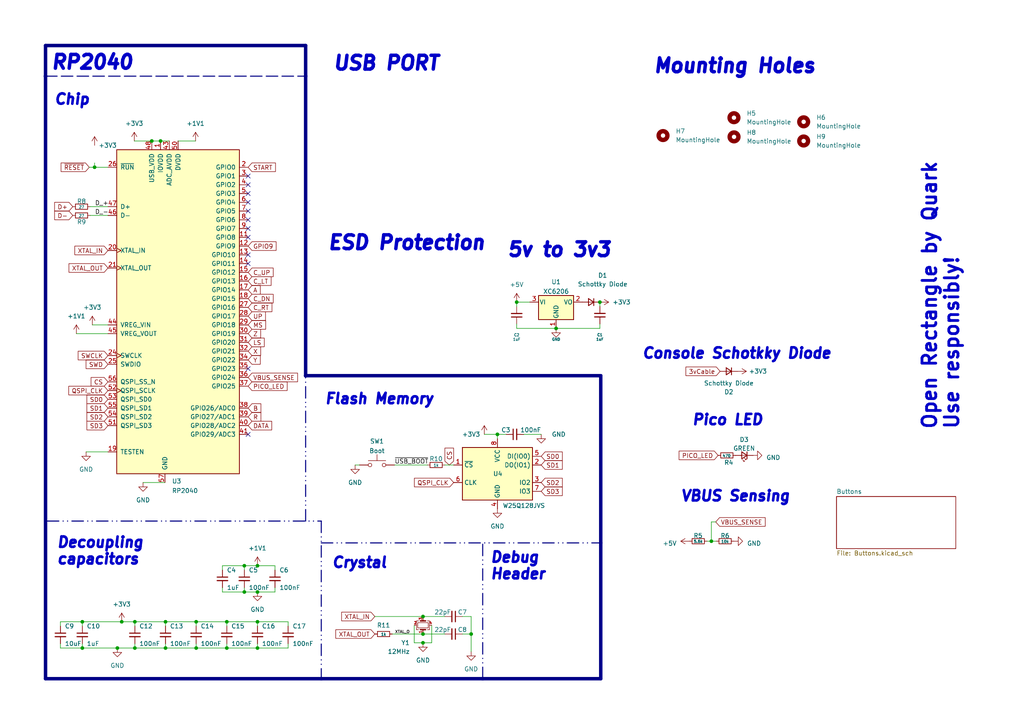
<source format=kicad_sch>
(kicad_sch (version 20230121) (generator eeschema)
  (paper "A4")
  (lib_symbols
    (symbol "Device:C_Small" (pin_numbers hide) (pin_names (offset 0.254) hide)
      (property "Reference" "C" (at 0.254 1.778 0))
      (property "Value" "C_Small" (at 0.254 -2.032 0))
      (symbol "C_Small_0_1"
        (polyline (pts (xy -1.524 -0.508) (xy 1.524 -0.508)) (stroke (width 0.3302)))
        (polyline (pts (xy -1.524 0.508) (xy 1.524 0.508)) (stroke (width 0.3048)))
      )
      (symbol "C_Small_1_1"
        (pin passive line (at 0 2.54 270) (length 2.032) (name "~") (number "1"))
        (pin passive line (at 0 -2.54 90) (length 2.032) (name "~") (number "2"))
      )
    )
    (symbol "Device:Crystal_GND24_Small" (pin_names (offset 1.016) hide)
      (property "Reference" "Y" (at 1.27 4.445 0))
      (property "Value" "Crystal_GND24_Small" (at 1.27 2.54 0))
      (symbol "Crystal_GND24_Small_0_1"
        (rectangle (start -0.762 -1.524) (end 0.762 1.524))
        (polyline (pts (xy -1.27 -0.762) (xy -1.27 0.762)) (stroke (width 0.381)))
        (polyline (pts (xy 1.27 -0.762) (xy 1.27 0.762)) (stroke (width 0.381)))
        (polyline (pts (xy -1.27 -1.27) (xy -1.27 -1.905) (xy 1.27 -1.905) (xy 1.27 -1.27)))
        (polyline (pts (xy -1.27 1.27) (xy -1.27 1.905) (xy 1.27 1.905) (xy 1.27 1.27)))
      )
      (symbol "Crystal_GND24_Small_1_1"
        (pin passive line (at -2.54 0 0) (length 1.27) (name "1") (number "1"))
        (pin passive line (at 0 -2.54 90) (length 0.635) (name "2") (number "2"))
        (pin passive line (at 2.54 0 180) (length 1.27) (name "3") (number "3"))
        (pin passive line (at 0 2.54 270) (length 0.635) (name "4") (number "4"))
      )
    )
    (symbol "Device:D_Small" (pin_numbers hide) (pin_names (offset 0.254) hide)
      (property "Reference" "D" (at -1.27 2.032 0))
      (property "Value" "D_Small" (at -3.81 -2.032 0))
      (symbol "D_Small_0_1"
        (polyline (pts (xy -0.762 -1.016) (xy -0.762 1.016)) (stroke (width 0.254)))
        (polyline (pts (xy -0.762 0) (xy 0.762 0)))
        (polyline (pts (xy 0.762 -1.016) (xy -0.762 0) (xy 0.762 1.016) (xy 0.762 -1.016)) (stroke (width 0.254)))
      )
      (symbol "D_Small_1_1"
        (pin passive line (at -2.54 0 0) (length 1.778) (name "K") (number "1"))
        (pin passive line (at 2.54 0 180) (length 1.778) (name "A") (number "2"))
      )
    )
    (symbol "Device:LED_Small" (pin_numbers hide) (pin_names (offset 0.254) hide)
      (property "Reference" "D" (at -1.27 3.175 0))
      (property "Value" "LED_Small" (at -4.445 -2.54 0))
      (symbol "LED_Small_0_1"
        (polyline (pts (xy -0.762 -1.016) (xy -0.762 1.016)) (stroke (width 0.254)))
        (polyline (pts (xy 1.016 0) (xy -0.762 0)))
        (polyline (pts (xy 0.762 -1.016) (xy -0.762 0) (xy 0.762 1.016) (xy 0.762 -1.016)) (stroke (width 0.254)))
        (polyline (pts (xy 0 0.762) (xy -0.508 1.27) (xy -0.254 1.27) (xy -0.508 1.27) (xy -0.508 1.016)))
        (polyline (pts (xy 0.508 1.27) (xy 0 1.778) (xy 0.254 1.778) (xy 0 1.778) (xy 0 1.524)))
      )
      (symbol "LED_Small_1_1"
        (pin passive line (at -2.54 0 0) (length 1.778) (name "K") (number "1"))
        (pin passive line (at 2.54 0 180) (length 1.778) (name "A") (number "2"))
      )
    )
    (symbol "Device:R_Small" (pin_numbers hide) (pin_names (offset 0.254) hide)
      (property "Reference" "R" (at 0.762 0.508 0))
      (property "Value" "R_Small" (at 0.762 -1.016 0))
      (symbol "R_Small_0_1"
        (rectangle (start -0.762 1.778) (end 0.762 -1.778) (stroke (width 0.2032)))
      )
      (symbol "R_Small_1_1"
        (pin passive line (at 0 2.54 270) (length 0.762) (name "~") (number "1"))
        (pin passive line (at 0 -2.54 90) (length 0.762) (name "~") (number "2"))
      )
    )
    (symbol "Mechanical:MountingHole" (pin_names (offset 1.016))
      (property "Reference" "H" (at 0 5.08 0))
      (property "Value" "MountingHole" (at 0 3.175 0))
      (symbol "MountingHole_0_1"
        (circle (center 0 0) (radius 1.27) (stroke (width 1.27)))
      )
    )
    (symbol "Memory_Flash:W25Q128JVS"
      (property "Reference" "U" (at -8.89 8.89 0))
      (property "Value" "W25Q128JVS" (at 7.62 8.89 0))
      (symbol "W25Q128JVS_0_1"
        (rectangle (start -10.16 7.62) (end 10.16 -7.62) (stroke (width 0.254)) (fill (type background)))
      )
      (symbol "W25Q128JVS_1_1"
        (pin input line (at -12.7 2.54 0) (length 2.54) (name "~{CS}") (number "1"))
        (pin bidirectional line (at 12.7 2.54 180) (length 2.54) (name "DO(IO1)") (number "2"))
        (pin bidirectional line (at 12.7 -2.54 180) (length 2.54) (name "IO2") (number "3"))
        (pin power_in line (at 0 -10.16 90) (length 2.54) (name "GND") (number "4"))
        (pin bidirectional line (at 12.7 5.08 180) (length 2.54) (name "DI(IO0)") (number "5"))
        (pin input line (at -12.7 -2.54 0) (length 2.54) (name "CLK") (number "6"))
        (pin bidirectional line (at 12.7 -5.08 180) (length 2.54) (name "IO3") (number "7"))
        (pin power_in line (at 0 10.16 270) (length 2.54) (name "VCC") (number "8"))
      )
    )
    (symbol "Regulator_Linear:XC6206PxxxMR" (pin_names (offset 0.254))
      (property "Reference" "U" (at -3.81 3.175 0))
      (property "Value" "XC6206PxxxMR" (at 0 3.175 0))
      (symbol "XC6206PxxxMR_0_1"
        (rectangle (start -5.08 1.905) (end 5.08 -5.08) (stroke (width 0.254)) (fill (type background)))
      )
      (symbol "XC6206PxxxMR_1_1"
        (pin power_in line (at 0 -7.62 90) (length 2.54) (name "GND") (number "1"))
        (pin power_out line (at 7.62 0 180) (length 2.54) (name "VO") (number "2"))
        (pin power_in line (at -7.62 0 0) (length 2.54) (name "VI") (number "3"))
      )
    )
    (symbol "Sleep-lib:RP2040" (pin_names (offset 1.016))
      (property "Reference" "U" (at 8.89 51.435 0))
      (property "Value" "RP2040" (at 8.89 48.895 0))
      (symbol "RP2040_0_0"
        (rectangle (start -17.78 -45.72) (end 17.78 48.26) (stroke (width 0.254)) (fill (type background)))
      )
      (symbol "RP2040_1_1"
        (pin power_in line (at -5.08 50.8 270) (length 2.54) (name "IOVDD") (number "1"))
        (pin power_in line (at -5.08 50.8 270) (length 2.54) hide (name "IOVDD") (number "10"))
        (pin input line (at 20.32 22.86 180) (length 2.54) (name "GPIO8") (number "11"))
        (pin input line (at 20.32 20.32 180) (length 2.54) (name "GPIO9") (number "12"))
        (pin input line (at 20.32 17.78 180) (length 2.54) (name "GPIO10") (number "13"))
        (pin input line (at 20.32 15.24 180) (length 2.54) (name "GPIO11") (number "14"))
        (pin input line (at 20.32 12.7 180) (length 2.54) (name "GPIO12") (number "15"))
        (pin input line (at 20.32 10.16 180) (length 2.54) (name "GPIO13") (number "16"))
        (pin input line (at 20.32 7.62 180) (length 2.54) (name "GPIO14") (number "17"))
        (pin input line (at 20.32 5.08 180) (length 2.54) (name "GPIO15") (number "18"))
        (pin input line (at -20.32 -39.37 0) (length 2.54) (name "TESTEN") (number "19"))
        (pin input line (at 20.32 43.18 180) (length 2.54) (name "GPIO0") (number "2"))
        (pin input clock (at -20.32 19.05 0) (length 2.54) (name "XTAL_IN") (number "20"))
        (pin input clock (at -20.32 13.97 0) (length 2.54) (name "XTAL_OUT") (number "21"))
        (pin power_in line (at -5.08 50.8 270) (length 2.54) hide (name "IOVDD") (number "22"))
        (pin power_in line (at 0 50.8 270) (length 2.54) hide (name "DVDD") (number "23"))
        (pin input clock (at -20.32 -11.43 0) (length 2.54) (name "SWCLK") (number "24"))
        (pin bidirectional line (at -20.32 -13.97 0) (length 2.54) (name "SWDIO") (number "25"))
        (pin input line (at -20.32 43.18 0) (length 2.54) (name "~{RUN}") (number "26"))
        (pin input line (at 20.32 2.54 180) (length 2.54) (name "GPIO16") (number "27"))
        (pin input line (at 20.32 0 180) (length 2.54) (name "GPIO17") (number "28"))
        (pin input line (at 20.32 -2.54 180) (length 2.54) (name "GPIO18") (number "29"))
        (pin input line (at 20.32 40.64 180) (length 2.54) (name "GPIO1") (number "3"))
        (pin input line (at 20.32 -5.08 180) (length 2.54) (name "GPIO19") (number "30"))
        (pin input line (at 20.32 -7.62 180) (length 2.54) (name "GPIO20") (number "31"))
        (pin input line (at 20.32 -10.16 180) (length 2.54) (name "GPIO21") (number "32"))
        (pin power_in line (at -5.08 50.8 270) (length 2.54) hide (name "IOVDD") (number "33"))
        (pin input line (at 20.32 -12.7 180) (length 2.54) (name "GPIO22") (number "34"))
        (pin input line (at 20.32 -15.24 180) (length 2.54) (name "GPIO23") (number "35"))
        (pin input line (at 20.32 -17.78 180) (length 2.54) (name "GPIO24") (number "36"))
        (pin input line (at 20.32 -20.32 180) (length 2.54) (name "GPIO25") (number "37"))
        (pin input line (at 20.32 -26.67 180) (length 2.54) (name "GPIO26/ADC0") (number "38"))
        (pin input line (at 20.32 -29.21 180) (length 2.54) (name "GPIO27/ADC1") (number "39"))
        (pin input line (at 20.32 38.1 180) (length 2.54) (name "GPIO2") (number "4"))
        (pin input line (at 20.32 -31.75 180) (length 2.54) (name "GPIO28/ADC2") (number "40"))
        (pin input line (at 20.32 -34.29 180) (length 2.54) (name "GPIO29/ADC3") (number "41"))
        (pin power_in line (at -5.08 50.8 270) (length 2.54) hide (name "IOVDD") (number "42"))
        (pin power_in line (at -2.54 50.8 270) (length 2.54) (name "ADC_AVDD") (number "43"))
        (pin power_in line (at -20.32 -2.54 0) (length 2.54) (name "VREG_VIN") (number "44"))
        (pin power_out line (at -20.32 -5.08 0) (length 2.54) (name "VREG_VOUT") (number "45"))
        (pin bidirectional line (at -20.32 29.21 0) (length 2.54) (name "D-") (number "46"))
        (pin bidirectional line (at -20.32 31.75 0) (length 2.54) (name "D+") (number "47"))
        (pin power_in line (at -7.62 50.8 270) (length 2.54) (name "USB_VDD") (number "48"))
        (pin power_in line (at -5.08 50.8 270) (length 2.54) hide (name "IOVDD") (number "49"))
        (pin input line (at 20.32 35.56 180) (length 2.54) (name "GPIO3") (number "5"))
        (pin power_in line (at 0 50.8 270) (length 2.54) (name "DVDD") (number "50"))
        (pin bidirectional line (at -20.32 -31.75 0) (length 2.54) (name "QSPI_SD3") (number "51"))
        (pin input clock (at -20.32 -21.59 0) (length 2.54) (name "QSPI_SCLK") (number "52"))
        (pin bidirectional line (at -20.32 -24.13 0) (length 2.54) (name "QSPI_SD0") (number "53"))
        (pin bidirectional line (at -20.32 -29.21 0) (length 2.54) (name "QSPI_SD2") (number "54"))
        (pin bidirectional line (at -20.32 -26.67 0) (length 2.54) (name "QSPI_SD1") (number "55"))
        (pin bidirectional line (at -20.32 -19.05 0) (length 2.54) (name "QSPI_SS_N") (number "56"))
        (pin power_in line (at -3.81 -48.26 90) (length 2.54) (name "GND") (number "57"))
        (pin input line (at 20.32 33.02 180) (length 2.54) (name "GPIO4") (number "6"))
        (pin input line (at 20.32 30.48 180) (length 2.54) (name "GPIO5") (number "7"))
        (pin input line (at 20.32 27.94 180) (length 2.54) (name "GPIO6") (number "8"))
        (pin input line (at 20.32 25.4 180) (length 2.54) (name "GPIO7") (number "9"))
      )
    )
    (symbol "Switch:SW_Push" (pin_numbers hide) (pin_names (offset 1.016) hide)
      (property "Reference" "SW" (at 1.27 2.54 0))
      (property "Value" "SW_Push" (at 0 -1.524 0))
      (symbol "SW_Push_0_1"
        (circle (center -2.032 0) (radius 0.508))
        (polyline (pts (xy 0 1.27) (xy 0 3.048)))
        (polyline (pts (xy 2.54 1.27) (xy -2.54 1.27)))
        (circle (center 2.032 0) (radius 0.508))
        (pin passive line (at -5.08 0 0) (length 2.54) (name "1") (number "1"))
        (pin passive line (at 5.08 0 180) (length 2.54) (name "2") (number "2"))
      )
    )
    (symbol "power:+1V1" (power) (pin_names (offset 0))
      (property "Value" "+1V1" (at 0 3.556 0))
      (symbol "+1V1_0_1"
        (polyline (pts (xy -0.762 1.27) (xy 0 2.54)))
        (polyline (pts (xy 0 0) (xy 0 2.54)))
        (polyline (pts (xy 0 2.54) (xy 0.762 1.27)))
      )
      (symbol "+1V1_1_1"
        (pin power_in line (at 0 0 90) (length 0) hide (name "+1V1") (number "1"))
      )
    )
    (symbol "power:+3.3V" (power) (pin_names (offset 0))
      (property "Value" "+3.3V" (at 0 3.556 0))
      (symbol "+3.3V_0_1"
        (polyline (pts (xy -0.762 1.27) (xy 0 2.54)))
        (polyline (pts (xy 0 0) (xy 0 2.54)))
        (polyline (pts (xy 0 2.54) (xy 0.762 1.27)))
      )
      (symbol "+3.3V_1_1"
        (pin power_in line (at 0 0 90) (length 0) hide (name "+3V3") (number "1"))
      )
    )
    (symbol "power:+3V3" (power) (pin_names (offset 0))
      (property "Value" "+3V3" (at 0 3.556 0))
      (symbol "+3V3_0_1"
        (polyline (pts (xy -0.762 1.27) (xy 0 2.54)))
        (polyline (pts (xy 0 0) (xy 0 2.54)))
        (polyline (pts (xy 0 2.54) (xy 0.762 1.27)))
      )
      (symbol "+3V3_1_1"
        (pin power_in line (at 0 0 90) (length 0) hide (name "+3V3") (number "1"))
      )
    )
    (symbol "power:+5V" (power) (pin_names (offset 0))
      (property "Value" "+5V" (at 0 3.556 0))
      (symbol "+5V_0_1"
        (polyline (pts (xy -0.762 1.27) (xy 0 2.54)))
        (polyline (pts (xy 0 0) (xy 0 2.54)))
        (polyline (pts (xy 0 2.54) (xy 0.762 1.27)))
      )
      (symbol "+5V_1_1"
        (pin power_in line (at 0 0 90) (length 0) hide (name "+5V") (number "1"))
      )
    )
    (symbol "power:GND" (power) (pin_names (offset 0))
      (property "Value" "GND" (at 0 -3.81 0))
      (symbol "GND_0_1"
        (polyline (pts (xy 0 0) (xy 0 -1.27) (xy 1.27 -1.27) (xy 0 -2.54) (xy -1.27 -1.27) (xy 0 -1.27)))
      )
      (symbol "GND_1_1"
        (pin power_in line (at 0 0 270) (length 0) hide (name "GND") (number "1"))
      )
    )
  )
  (junction (at 23.876 187.96))
  (junction (at 56.896 180.34))
  (junction (at 56.896 187.96))
  (junction (at 88.646 22.098))
  (junction (at 23.876 180.34))
  (junction (at 74.676 180.34))
  (junction (at 161.29 95.25) (diameter 0.9144))
  (junction (at 74.676 164.084))
  (junction (at 93.1852 196.85))
  (junction (at 74.676 187.96))
  (junction (at 39.116 180.34))
  (junction (at 70.866 171.704))
  (junction (at 34.036 187.96))
  (junction (at 48.006 187.96))
  (junction (at 149.86 87.63) (diameter 0.9144))
  (junction (at 35.306 180.34))
  (junction (at 174.244 157.4631))
  (junction (at 44.0248 40.894))
  (junction (at 140.001 196.85))
  (junction (at 173.99 87.63))
  (junction (at 74.676 171.704))
  (junction (at 136.652 183.896))
  (junction (at 65.786 187.96))
  (junction (at 46.5648 40.894))
  (junction (at 122.682 186.436))
  (junction (at 13.208 22.098))
  (junction (at 70.866 164.084))
  (junction (at 122.682 183.896))
  (junction (at 88.646 108.966))
  (junction (at 206.3242 156.972))
  (junction (at 39.116 187.96))
  (junction (at 144.272 125.984))
  (junction (at 48.006 180.34))
  (junction (at 122.682 178.816))
  (junction (at 27.432 48.514))
  (junction (at 65.786 180.34))
  (no_connect (at 71.9648 58.674))
  (no_connect (at 71.9648 51.054))
  (no_connect (at 71.9648 61.214))
  (no_connect (at 71.9648 68.834))
  (no_connect (at 71.9648 73.914))
  (no_connect (at 71.9648 76.454))
  (no_connect (at 71.9648 106.934))
  (no_connect (at 71.9648 56.134))
  (no_connect (at 71.9648 66.294))
  (no_connect (at 71.9648 125.984))
  (no_connect (at 71.9648 53.594))
  (no_connect (at 71.9648 63.754))
  (wire (pts (xy 65.786 186.69) (xy 65.786 187.96)))
  (bus (pts (xy 174.244 196.85) (xy 174.244 157.4631)) (stroke (width 1)))
  (wire (pts (xy 70.866 164.084) (xy 64.516 164.084)))
  (wire (pts (xy 83.566 180.34) (xy 83.566 181.61)))
  (wire (pts (xy 205.0542 156.972) (xy 206.3242 156.972)))
  (bus (pts (xy 140.001 196.85) (xy 140.001 157.48)) (stroke (width 0) (type dash_dot_dot)))
  (wire (pts (xy 24.9748 131.064) (xy 31.3248 131.064)))
  (wire (pts (xy 39.116 180.34) (xy 39.116 181.61)))
  (wire (pts (xy 31.3248 96.774) (xy 22.1554 96.774)))
  (wire (pts (xy 207.5942 151.384) (xy 206.3242 151.384)))
  (bus (pts (xy 13.208 22.098) (xy 13.208 196.85)) (stroke (width 1)))
  (wire (pts (xy 23.876 186.69) (xy 23.876 187.96)))
  (bus (pts (xy 93.1852 151.13) (xy 93.1852 196.85)) (stroke (width 0) (type dash_dot_dot)))
  (wire (pts (xy 51.6448 40.894) (xy 56.7248 40.894)))
  (wire (pts (xy 74.676 180.34) (xy 83.566 180.34)))
  (bus (pts (xy 93.1852 196.85) (xy 140.001 196.85)) (stroke (width 1)))
  (wire (pts (xy 65.786 187.96) (xy 74.676 187.96)))
  (wire (pts (xy 120.142 181.356) (xy 120.142 186.436)))
  (wire (pts (xy 23.876 187.96) (xy 34.036 187.96)))
  (wire (pts (xy 161.29 95.25) (xy 173.99 95.25)))
  (wire (pts (xy 136.652 178.816) (xy 136.652 183.896)))
  (wire (pts (xy 25.8891 48.514) (xy 27.432 48.514)))
  (wire (pts (xy 173.99 88.8746) (xy 173.99 87.63)))
  (wire (pts (xy 26.194 59.944) (xy 31.3248 59.944)))
  (wire (pts (xy 151.892 125.984) (xy 156.972 125.984)))
  (wire (pts (xy 83.566 187.96) (xy 83.566 186.69)))
  (bus (pts (xy 88.646 22.098) (xy 88.646 108.966)) (stroke (width 1)))
  (wire (pts (xy 17.526 186.69) (xy 17.526 187.96)))
  (bus (pts (xy 88.646 151.13) (xy 88.646 108.966)) (stroke (width 0) (type dash_dot_dot)))
  (wire (pts (xy 17.526 181.61) (xy 17.526 180.34)))
  (wire (pts (xy 46.5648 40.894) (xy 49.1048 40.894)))
  (wire (pts (xy 74.676 164.084) (xy 79.756 164.084)))
  (wire (pts (xy 120.142 186.436) (xy 122.682 186.436)))
  (wire (pts (xy 125.222 186.436) (xy 122.682 186.436)))
  (bus (pts (xy 13.208 22.098) (xy 88.646 22.098)) (stroke (width 0) (type dash)))
  (wire (pts (xy 48.006 180.34) (xy 56.896 180.34)))
  (wire (pts (xy 70.866 170.434) (xy 70.866 171.704)))
  (wire (pts (xy 39.116 187.96) (xy 39.116 186.69)))
  (wire (pts (xy 64.516 171.704) (xy 70.866 171.704)))
  (wire (pts (xy 74.676 164.084) (xy 70.866 164.084)))
  (wire (pts (xy 64.516 170.434) (xy 64.516 171.704)))
  (wire (pts (xy 56.896 180.34) (xy 65.786 180.34)))
  (wire (pts (xy 206.3242 156.972) (xy 207.772 156.972)))
  (wire (pts (xy 65.786 180.34) (xy 74.676 180.34)))
  (wire (pts (xy 206.3242 151.384) (xy 206.3242 156.972)))
  (wire (pts (xy 41.4848 139.954) (xy 47.8348 139.954)))
  (wire (pts (xy 129.032 183.896) (xy 122.682 183.896)))
  (wire (pts (xy 102.997 134.874) (xy 104.267 134.874)))
  (wire (pts (xy 17.526 180.34) (xy 23.876 180.34)))
  (wire (pts (xy 70.866 164.084) (xy 70.866 165.354)))
  (wire (pts (xy 149.86 93.98) (xy 149.86 95.25)))
  (wire (pts (xy 23.876 180.34) (xy 35.306 180.34)))
  (wire (pts (xy 39.116 180.34) (xy 48.006 180.34)))
  (bus (pts (xy 13.208 196.85) (xy 93.1852 196.85)) (stroke (width 1)))
  (bus (pts (xy 13.716 151.13) (xy 93.1852 151.13)) (stroke (width 0) (type dash_dot_dot)))
  (bus (pts (xy 88.646 13.208) (xy 88.646 22.098)) (stroke (width 1)))
  (wire (pts (xy 144.272 125.984) (xy 144.272 127.254)))
  (wire (pts (xy 17.526 187.96) (xy 23.876 187.96)))
  (wire (pts (xy 26.7782 94.234) (xy 31.3248 94.234)))
  (wire (pts (xy 149.86 87.63) (xy 149.86 88.9)))
  (bus (pts (xy 13.208 13.208) (xy 13.208 22.098)) (stroke (width 1)))
  (wire (pts (xy 74.676 187.96) (xy 83.566 187.96)))
  (wire (pts (xy 39.116 187.96) (xy 48.006 187.96)))
  (wire (pts (xy 70.866 171.704) (xy 74.676 171.704)))
  (wire (pts (xy 173.99 93.9546) (xy 173.99 95.25)))
  (wire (pts (xy 56.896 187.96) (xy 65.786 187.96)))
  (wire (pts (xy 136.652 183.896) (xy 136.652 188.976)))
  (wire (pts (xy 161.29 95.25) (xy 149.86 95.25)))
  (bus (pts (xy 174.244 157.4631) (xy 174.244 157.48)))
  (wire (pts (xy 108.712 178.816) (xy 122.682 178.816)))
  (wire (pts (xy 35.306 180.34) (xy 39.116 180.34)))
  (wire (pts (xy 27.432 47.244) (xy 27.432 48.514)))
  (wire (pts (xy 64.516 164.084) (xy 64.516 165.354)))
  (wire (pts (xy 56.896 186.69) (xy 56.896 187.96)))
  (wire (pts (xy 129.032 134.874) (xy 131.572 134.874)))
  (wire (pts (xy 56.896 180.34) (xy 56.896 181.61)))
  (wire (pts (xy 125.222 181.356) (xy 125.222 186.436)))
  (wire (pts (xy 74.676 180.34) (xy 74.676 181.61)))
  (wire (pts (xy 129.032 178.816) (xy 122.682 178.816)))
  (wire (pts (xy 79.756 171.704) (xy 79.756 170.434)))
  (wire (pts (xy 48.006 187.96) (xy 56.896 187.96)))
  (bus (pts (xy 174.244 157.4631) (xy 174.244 108.966)) (stroke (width 1)))
  (bus (pts (xy 93.1852 157.4631) (xy 174.244 157.4631)) (stroke (width 0) (type dash_dot_dot)))
  (wire (pts (xy 144.272 125.984) (xy 146.812 125.984)))
  (wire (pts (xy 23.876 180.34) (xy 23.876 181.61)))
  (wire (pts (xy 48.006 180.34) (xy 48.006 181.61)))
  (wire (pts (xy 27.432 48.514) (xy 31.3248 48.514)))
  (wire (pts (xy 149.86 87.63) (xy 153.67 87.63)))
  (bus (pts (xy 13.208 13.208) (xy 88.646 13.208)) (stroke (width 1)))
  (wire (pts (xy 38.9448 40.894) (xy 44.0248 40.894)))
  (wire (pts (xy 65.786 180.34) (xy 65.786 181.61)))
  (wire (pts (xy 44.0248 40.894) (xy 46.5648 40.894)))
  (wire (pts (xy 134.112 178.816) (xy 136.652 178.816)))
  (wire (pts (xy 140.462 125.984) (xy 144.272 125.984)))
  (wire (pts (xy 79.756 164.084) (xy 79.756 165.354)))
  (wire (pts (xy 136.652 183.896) (xy 134.112 183.896)))
  (bus (pts (xy 140.001 196.85) (xy 174.244 196.85)) (stroke (width 1)))
  (wire (pts (xy 34.036 187.96) (xy 39.116 187.96)))
  (wire (pts (xy 74.676 187.96) (xy 74.676 186.69)))
  (bus (pts (xy 88.646 108.966) (xy 174.244 108.966)) (stroke (width 1)))
  (wire (pts (xy 74.676 171.704) (xy 79.756 171.704)))
  (wire (pts (xy 122.682 183.896) (xy 113.792 183.896)))
  (wire (pts (xy 26.194 62.484) (xy 31.3248 62.484)))
  (wire (pts (xy 114.427 134.874) (xy 123.952 134.874)))
  (wire (pts (xy 48.006 187.96) (xy 48.006 186.69)))
  (text "Decoupling\ncapacitors" (at 16.256 164.084 0) (effects (font (size 3 3) (thickness 2) bold italic) (justify left bottom)))
  (text "Console Schotkky Diode" (at 186.0042 104.394 0) (effects (font (size 3 3) (thickness 2) bold italic) (justify left bottom)))
  (text "Flash Memory" (at 93.98 117.602 0) (effects (font (size 3 3) (thickness 2) bold italic) (justify left bottom)))
  (text "Open Rectangle by Quark\nUse responsibly!" (at 278.384 124.968 90) (effects (font (size 4 4) (thickness 0.8) bold) (justify left bottom)))
  (text "Chip" (at 15.494 30.734 0) (effects (font (size 3 3) (thickness 2) bold italic) (justify left bottom)))
  (text "5v to 3v3" (at 146.812 74.93 0) (effects (font (size 4 4) (thickness 2) bold italic) (justify left bottom)))
  (text "VBUS Sensing" (at 197.1802 145.796 0) (effects (font (size 3 3) (thickness 2) bold italic) (justify left bottom)))
  (text "RP2040" (at 14.478 20.574 0) (effects (font (size 4 4) (thickness 2) bold italic) (justify left bottom)))
  (text "USB PORT" (at 96.266 20.828 0) (effects (font (size 4 4) (thickness 2) bold italic) (justify left bottom)))
  (text "Pico LED" (at 200.4822 123.698 0) (effects (font (size 3 3) (thickness 2) bold italic) (justify left bottom)))
  (text "Mounting Holes" (at 189.23 21.59 0) (effects (font (size 4 4) (thickness 2) bold italic) (justify left bottom)))
  (text "Debug\nHeader" (at 141.986 168.402 0) (effects (font (size 3 3) (thickness 2) bold italic) (justify left bottom)))
  (text "Crystal" (at 96.012 165.1 0) (effects (font (size 3 3) (thickness 2) bold italic) (justify left bottom)))
  (text "ESD Protection" (at 94.742 72.898 0) (effects (font (size 4 4) (thickness 2) bold italic) (justify left bottom)))
  (label "D_-" (at 27.5148 62.484 0))
  (label "~{USB_BOOT}" (at 114.427 134.874 0))
  (label "D_+" (at 27.5148 59.944 0))
  (label "XTAL_O" (at 118.872 183.896 180) (effects (font (size 0.8 0.8))))
  (global_label "START" (shape input) (at 71.9648 48.514 0) (property "Intersheetrefs" "${INTERSHEET_REFS}" (effects hide)))
  (global_label "SD0" (shape input) (at 156.972 132.334 0) (property "Intersheetrefs" "${INTERSHEET_REFS}" (effects hide)))
  (global_label "SD2" (shape input) (at 156.972 139.954 0) (property "Intersheetrefs" "${INTERSHEET_REFS}" (effects hide)))
  (global_label "SD2" (shape input) (at 31.3248 120.904 180) (property "Intersheetrefs" "${INTERSHEET_REFS}" (effects hide)))
  (global_label "SWD" (shape input) (at 31.3248 105.664 180) (property "Intersheetrefs" "${INTERSHEET_REFS}" (effects hide)))
  (global_label "SWCLK" (shape input) (at 31.3248 103.124 180) (property "Intersheetrefs" "${INTERSHEET_REFS}" (effects hide)))
  (global_label "D+" (shape input) (at 21.114 59.944 180) (property "Intersheetrefs" "${INTERSHEET_REFS}" (effects hide)))
  (global_label "SD3" (shape input) (at 156.972 142.494 0) (property "Intersheetrefs" "${INTERSHEET_REFS}" (effects hide)))
  (global_label "QSPI_CLK" (shape input) (at 131.572 139.954 180) (property "Intersheetrefs" "${INTERSHEET_REFS}" (effects hide)))
  (global_label "Y" (shape input) (at 71.9648 104.394 0) (property "Intersheetrefs" "${INTERSHEET_REFS}" (effects hide)))
  (global_label "CS" (shape input) (at 130.302 134.874 90) (property "Intersheetrefs" "${INTERSHEET_REFS}" (effects hide)))
  (global_label "SD3" (shape input) (at 31.3248 123.444 180) (property "Intersheetrefs" "${INTERSHEET_REFS}" (effects hide)))
  (global_label "QSPI_CLK" (shape input) (at 31.3248 113.284 180) (property "Intersheetrefs" "${INTERSHEET_REFS}" (effects hide)))
  (global_label "PICO_LED" (shape input) (at 71.9648 112.014 0) (property "Intersheetrefs" "${INTERSHEET_REFS}" (effects hide)))
  (global_label "C_DN" (shape input) (at 71.9648 86.614 0) (property "Intersheetrefs" "${INTERSHEET_REFS}" (effects hide)))
  (global_label "R" (shape input) (at 71.9648 120.904 0) (property "Intersheetrefs" "${INTERSHEET_REFS}" (effects hide)))
  (global_label "Z" (shape input) (at 71.9648 96.774 0) (property "Intersheetrefs" "${INTERSHEET_REFS}" (effects hide)))
  (global_label "~{RESET}" (shape input) (at 25.8891 48.514 180) (property "Intersheetrefs" "${INTERSHEET_REFS}" (effects hide)))
  (global_label "XTAL_OUT" (shape input) (at 31.3248 77.724 180) (property "Intersheetrefs" "${INTERSHEET_REFS}" (effects hide)))
  (global_label "SD1" (shape input) (at 31.3248 118.364 180) (property "Intersheetrefs" "${INTERSHEET_REFS}" (effects hide)))
  (global_label "VBUS_SENSE" (shape input) (at 207.5942 151.384 0) (property "Intersheetrefs" "${INTERSHEET_REFS}" (effects hide)))
  (global_label "X" (shape input) (at 71.9648 101.854 0) (property "Intersheetrefs" "${INTERSHEET_REFS}" (effects hide)))
  (global_label "A" (shape input) (at 71.9648 84.074 0) (property "Intersheetrefs" "${INTERSHEET_REFS}" (effects hide)))
  (global_label "XTAL_OUT" (shape input) (at 108.712 183.896 180) (property "Intersheetrefs" "${INTERSHEET_REFS}" (effects hide)))
  (global_label "CS" (shape input) (at 31.3248 110.744 180) (property "Intersheetrefs" "${INTERSHEET_REFS}" (effects hide)))
  (global_label "LS" (shape input) (at 71.9648 99.314 0) (property "Intersheetrefs" "${INTERSHEET_REFS}" (effects hide)))
  (global_label "SD0" (shape input) (at 31.3248 115.824 180) (property "Intersheetrefs" "${INTERSHEET_REFS}" (effects hide)))
  (global_label "SD1" (shape input) (at 156.972 134.874 0) (property "Intersheetrefs" "${INTERSHEET_REFS}" (effects hide)))
  (global_label "UP" (shape input) (at 71.9648 91.694 0) (property "Intersheetrefs" "${INTERSHEET_REFS}" (effects hide)))
  (global_label "C_LT" (shape input) (at 71.9648 81.534 0) (property "Intersheetrefs" "${INTERSHEET_REFS}" (effects hide)))
  (global_label "XTAL_IN" (shape input) (at 108.712 178.816 180) (property "Intersheetrefs" "${INTERSHEET_REFS}" (effects hide)))
  (global_label "DATA" (shape input) (at 71.9648 123.444 0) (property "Intersheetrefs" "${INTERSHEET_REFS}" (effects hide)))
  (global_label "C_RT" (shape input) (at 71.9648 89.154 0) (property "Intersheetrefs" "${INTERSHEET_REFS}" (effects hide)))
  (global_label "GPIO9" (shape input) (at 71.9648 71.374 0) (property "Intersheetrefs" "${INTERSHEET_REFS}" (effects hide)))
  (global_label "MS" (shape input) (at 71.9648 94.234 0) (property "Intersheetrefs" "${INTERSHEET_REFS}" (effects hide)))
  (global_label "3vCable" (shape input) (at 208.8642 107.696 180) (property "Intersheetrefs" "${INTERSHEET_REFS}" (effects hide)))
  (global_label "D-" (shape input) (at 21.114 62.484 180) (property "Intersheetrefs" "${INTERSHEET_REFS}" (effects hide)))
  (global_label "PICO_LED" (shape input) (at 208.28 132.08 180) (property "Intersheetrefs" "${INTERSHEET_REFS}" (effects hide)))
  (global_label "C_UP" (shape input) (at 71.9648 78.994 0) (property "Intersheetrefs" "${INTERSHEET_REFS}" (effects hide)))
  (global_label "XTAL_IN" (shape input) (at 31.3248 72.644 180) (property "Intersheetrefs" "${INTERSHEET_REFS}" (effects hide)))
  (global_label "B" (shape input) (at 71.9648 118.364 0) (property "Intersheetrefs" "${INTERSHEET_REFS}" (effects hide)))
  (global_label "VBUS_SENSE" (shape input) (at 71.9648 109.474 0) (property "Intersheetrefs" "${INTERSHEET_REFS}" (effects hide)))
  (symbol (lib_id "power:+3V3") (at 26.7782 94.234 0) (unit 1)
    (property "Reference" "#PWR016" (effects hide))
    (property "Value" "+3V3" (at 26.7782 89.154 0))
  )
  (symbol (lib_id "Mechanical:MountingHole") (at 233.0958 40.894 0) (unit 1)
    (property "Reference" "H9" (at 236.7534 39.6239 0) (effects (justify left)))
    (property "Value" "MountingHole" (at 236.7534 42.1639 0) (effects (justify left)))
    (property "Footprint" "MountingHole:MountingHole_2.2mm_M2_ISO14580_Pad" (effects hide))
  )
  (symbol (lib_id "Device:C_Small") (at 131.572 183.896 270) (mirror x) (unit 1)
    (property "Reference" "C8" (at 134.112 182.626 90))
    (property "Value" "22pF" (at 128.397 182.626 90))
    (property "Footprint" "Capacitor_SMD:C_0402_1005Metric" (effects hide))
    (property "LCSC" "C1555" (effects hide))
  )
  (symbol (lib_id "Device:C_Small") (at 64.516 167.894 0) (unit 1)
    (property "Reference" "C4" (at 65.786 165.3539 0) (effects (justify left)))
    (property "Value" "1uF" (at 65.786 170.4339 0) (effects (justify left)))
    (property "Footprint" "Capacitor_SMD:C_0402_1005Metric" (effects hide))
    (property "LCSC" "C52923" (effects hide))
  )
  (symbol (lib_id "Device:D_Small") (at 171.45 87.63 180) (unit 1)
    (property "Reference" "D1" (at 174.8028 79.883 0))
    (property "Value" "Schottky Diode" (at 174.8028 82.423 0))
    (property "Footprint" "qw-footprints:CUSTOM D_SOD-123" (effects hide))
    (property "LCSC" "C130880" (effects hide))
  )
  (symbol (lib_id "Device:C_Small") (at 149.86 91.44 180) (unit 1)
    (property "Reference" "C2" (at 149.86 97.155 0) (effects (font (size 0.762 0.762))))
    (property "Value" "1uF" (at 149.86 98.425 0) (effects (font (size 0.762 0.762))))
    (property "Footprint" "Capacitor_SMD:C_0402_1005Metric" (effects hide))
    (property "LCSC" "C52923" (effects hide))
  )
  (symbol (lib_id "Device:R_Small") (at 210.82 132.08 90) (unit 1)
    (property "Reference" "R4" (at 212.7307 134.1571 90) (effects (justify left)))
    (property "Value" "470" (at 211.954 132.1916 90) (effects (font (size 0.8 0.8)) (justify left)))
    (property "Footprint" "Resistor_SMD:R_0402_1005Metric" (effects hide))
  )
  (symbol (lib_id "Device:C_Small") (at 149.352 125.984 90) (unit 1)
    (property "Reference" "C3" (at 148.0819 124.714 90) (effects (justify left)))
    (property "Value" "100nF" (at 156.9719 124.714 90) (effects (justify left)))
    (property "Footprint" "Capacitor_SMD:C_0402_1005Metric" (effects hide))
    (property "LCSC" "C1525" (effects hide))
  )
  (symbol (lib_id "Device:C_Small") (at 23.876 184.15 0) (unit 1)
    (property "Reference" "C10" (at 25.146 181.6099 0) (effects (justify left)))
    (property "Value" "1uF" (at 25.146 186.6899 0) (effects (justify left)))
    (property "Footprint" "Capacitor_SMD:C_0402_1005Metric" (effects hide))
    (property "LCSC" "C52923" (effects hide))
  )
  (symbol (lib_id "Device:R_Small") (at 23.654 62.484 90) (unit 1)
    (property "Reference" "R9" (at 23.654 64.3636 90))
    (property "Value" "27" (at 23.654 62.5856 90) (effects (font (size 0.8 0.8))))
    (property "Footprint" "Resistor_SMD:R_0603_1608Metric" (effects hide))
    (property "LCSC" "C25190" (effects hide))
  )
  (symbol (lib_id "power:GND") (at 212.852 156.972 90) (unit 1)
    (property "Reference" "#PWR012" (effects hide))
    (property "Value" "GND" (at 216.662 157.607 90) (effects (justify right)))
  )
  (symbol (lib_id "Device:C_Small") (at 48.006 184.15 0) (unit 1)
    (property "Reference" "C13" (at 49.276 181.6099 0) (effects (justify left)))
    (property "Value" "100nF" (at 49.276 186.6899 0) (effects (justify left)))
    (property "Footprint" "Capacitor_SMD:C_0402_1005Metric" (effects hide))
    (property "LCSC" "C1525" (effects hide))
  )
  (symbol (lib_id "Device:R_Small") (at 23.654 59.944 90) (unit 1)
    (property "Reference" "R8" (at 23.654 58.3946 90))
    (property "Value" "27" (at 23.654 60.0456 90) (effects (font (size 0.8 0.8))))
    (property "Footprint" "Resistor_SMD:R_0603_1608Metric" (effects hide))
    (property "LCSC" "C25190" (effects hide))
  )
  (symbol (lib_id "power:+1V1") (at 74.676 164.084 0) (unit 1)
    (property "Reference" "#PWR024" (effects hide))
    (property "Value" "+1V1" (at 74.676 159.004 0))
  )
  (symbol (lib_id "Device:R_Small") (at 111.252 183.896 270) (mirror x) (unit 1)
    (property "Reference" "R11" (at 111.252 181.356 90))
    (property "Value" "1k" (at 111.252 183.9909 90) (effects (font (size 0.8 0.8))))
    (property "Footprint" "Resistor_SMD:R_0402_1005Metric" (effects hide))
    (property "LCSC" "C11702" (effects hide))
  )
  (symbol (lib_id "Mechanical:MountingHole") (at 192.3034 39.3192 0) (unit 1)
    (property "Reference" "H7" (at 195.961 38.0491 0) (effects (justify left)))
    (property "Value" "MountingHole" (at 195.961 40.5891 0) (effects (justify left)))
    (property "Footprint" "MountingHole:MountingHole_2.2mm_M2_ISO14580_Pad" (effects hide))
  )
  (symbol (lib_id "Memory_Flash:W25Q128JVS") (at 144.272 137.414 0) (unit 1)
    (property "Reference" "U4" (at 143.002 137.414 0) (effects (justify left)))
    (property "Value" "W25Q128JVS" (at 145.7918 146.6562 0) (effects (justify left)))
    (property "Footprint" "Package_SO:SOIC-8_5.23x5.23mm_P1.27mm" (effects hide))
    (property "Datasheet" "http://www.winbond.com/resource-files/w25q128jv_dtr%20revc%2003272018%20plus.pdf" (effects hide))
    (property "LCSC" "C97521" (effects hide))
  )
  (symbol (lib_id "power:+3.3V") (at 173.99 87.63 270) (unit 1)
    (property "Reference" "#PWR06" (effects hide))
    (property "Value" "+3.3V" (at 177.6222 87.6299 90) (effects (justify left)))
  )
  (symbol (lib_id "power:+5V") (at 199.9742 156.972 90) (unit 1)
    (property "Reference" "#PWR011" (effects hide))
    (property "Value" "+5V" (at 196.2912 157.607 90) (effects (justify left)))
  )
  (symbol (lib_id "Device:C_Small") (at 17.526 184.15 0) (unit 1)
    (property "Reference" "C9" (at 18.796 181.6099 0) (effects (justify left)))
    (property "Value" "10uF" (at 18.796 186.6899 0) (effects (justify left)))
    (property "Footprint" "Capacitor_SMD:C_0402_1005Metric" (effects hide))
    (property "LCSC" "C15525" (effects hide))
  )
  (symbol (lib_id "Device:C_Small") (at 79.756 167.894 0) (unit 1)
    (property "Reference" "C6" (at 81.026 165.3539 0) (effects (justify left)))
    (property "Value" "100nF" (at 81.026 170.4339 0) (effects (justify left)))
    (property "Footprint" "Capacitor_SMD:C_0402_1005Metric" (effects hide))
    (property "LCSC" "C1525" (effects hide))
  )
  (symbol (lib_id "power:+3V3") (at 35.306 180.34 0) (unit 1)
    (property "Reference" "#PWR027" (effects hide))
    (property "Value" "+3V3" (at 35.306 175.26 0))
  )
  (symbol (lib_id "Sleep-lib:RP2040") (at 51.6448 91.694 0) (unit 1)
    (property "Reference" "U3" (at 49.8542 139.5635 0) (effects (justify left)))
    (property "Value" "RP2040" (at 49.8542 142.3386 0) (effects (justify left)))
    (property "Footprint" "qw-footprints:RP2040-QFN-56" (effects hide))
    (property "Datasheet" "https://datasheets.raspberrypi.com/rp2040/rp2040-datasheet.pdf" (effects hide))
    (property "LCSC" "C2040" (effects hide))
  )
  (symbol (lib_id "power:+5V") (at 149.86 87.63 0) (unit 1)
    (property "Reference" "#PWR05" (effects hide))
    (property "Value" "+5V" (at 149.86 82.55 0))
  )
  (symbol (lib_id "power:GND") (at 218.44 132.08 90) (unit 1)
    (property "Reference" "#PWR010" (effects hide))
    (property "Value" "GND" (at 222.25 132.715 90) (effects (justify right)))
  )
  (symbol (lib_id "Device:LED_Small") (at 215.9 132.08 180) (unit 1)
    (property "Reference" "D3" (at 215.8365 127.508 0))
    (property "Value" "GREEN" (at 215.8365 130.048 0))
    (property "Footprint" "LED_SMD:LED_0805_2012Metric" (effects hide))
  )
  (symbol (lib_id "power:+3V3") (at 27.432 42.164 0) (unit 1)
    (property "Reference" "#PWR015" (effects hide))
    (property "Value" "+3V3" (at 31.242 42.164 0))
  )
  (symbol (lib_id "Device:D_Small") (at 211.4042 107.696 180) (unit 1)
    (property "Reference" "D2" (at 211.4042 113.6904 0))
    (property "Value" "Schottky Diode" (at 211.4042 111.1504 0))
    (property "Footprint" "qw-footprints:CUSTOM D_SOD-123" (effects hide))
    (property "LCSC" "C130880" (effects hide))
  )
  (symbol (lib_id "power:+1V1") (at 56.7248 40.894 0) (unit 1)
    (property "Reference" "#PWR014" (effects hide))
    (property "Value" "+1V1" (at 56.7248 35.814 0))
  )
  (symbol (lib_id "Device:R_Small") (at 202.5142 156.972 90) (unit 1)
    (property "Reference" "R5" (at 203.8189 155.3691 90) (effects (justify left)))
    (property "Value" "5.6k" (at 203.8707 157.0389 90) (effects (font (size 0.8 0.8)) (justify left)))
    (property "Footprint" "Resistor_SMD:R_0603_1608Metric" (effects hide))
  )
  (symbol (lib_id "power:+3V3") (at 213.9442 107.696 270) (unit 1)
    (property "Reference" "#PWR09" (effects hide))
    (property "Value" "+3V3" (at 222.4786 107.696 90) (effects (justify right)))
  )
  (symbol (lib_id "Device:C_Small") (at 65.786 184.15 0) (unit 1)
    (property "Reference" "C15" (at 67.056 181.6099 0) (effects (justify left)))
    (property "Value" "100nF" (at 67.056 186.6899 0) (effects (justify left)))
    (property "Footprint" "Capacitor_SMD:C_0402_1005Metric" (effects hide))
    (property "LCSC" "C1525" (effects hide))
  )
  (symbol (lib_id "power:GND") (at 24.9748 131.064 0) (unit 1)
    (property "Reference" "#PWR020" (effects hide))
    (property "Value" "GND" (at 24.9748 136.144 0))
  )
  (symbol (lib_id "power:GND") (at 144.272 147.574 0) (unit 1)
    (property "Reference" "#PWR023" (effects hide))
    (property "Value" "GND" (at 144.272 152.654 0))
  )
  (symbol (lib_id "Regulator_Linear:XC6206PxxxMR") (at 161.29 87.63 0) (unit 1)
    (property "Reference" "U1" (at 161.29 81.7585 0))
    (property "Value" "XC6206" (at 161.29 84.5336 0))
    (property "Footprint" "Package_TO_SOT_SMD:SOT-23" (effects hide))
    (property "Datasheet" "https://www.torexsemi.com/file/xc6206/XC6206.pdf" (effects hide))
    (property "LCSC" "C5446" (effects hide))
  )
  (symbol (lib_id "power:+3V3") (at 140.462 125.984 0) (unit 1)
    (property "Reference" "#PWR018" (effects hide))
    (property "Value" "+3V3" (at 136.652 125.984 0))
  )
  (symbol (lib_id "Device:R_Small") (at 126.492 134.874 90) (unit 1)
    (property "Reference" "R10" (at 126.4878 133.082 90))
    (property "Value" "1k" (at 126.4892 134.9549 90) (effects (font (size 0.8 0.8))))
    (property "Footprint" "Resistor_SMD:R_0402_1005Metric" (effects hide))
    (property "LCSC" "C11702" (effects hide))
  )
  (symbol (lib_id "power:GND") (at 34.036 187.96 0) (unit 1)
    (property "Reference" "#PWR030" (effects hide))
    (property "Value" "GND" (at 34.036 193.04 0))
  )
  (symbol (lib_id "power:GND") (at 161.29 95.25 0) (unit 1)
    (property "Reference" "#PWR07" (effects hide))
    (property "Value" "GND" (at 161.29 98.425 0) (effects (font (size 0.762 0.762))))
  )
  (symbol (lib_id "Device:C_Small") (at 70.866 167.894 0) (unit 1)
    (property "Reference" "C5" (at 72.136 165.3539 0) (effects (justify left)))
    (property "Value" "100nF" (at 72.136 170.4339 0) (effects (justify left)))
    (property "Footprint" "Capacitor_SMD:C_0402_1005Metric" (effects hide))
    (property "LCSC" "C1525" (effects hide))
  )
  (symbol (lib_id "Device:C_Small") (at 173.99 91.4146 180) (unit 1)
    (property "Reference" "C1" (at 173.99 97.1296 0) (effects (font (size 0.762 0.762))))
    (property "Value" "1uF" (at 173.99 98.3996 0) (effects (font (size 0.762 0.762))))
    (property "Footprint" "Capacitor_SMD:C_0402_1005Metric" (effects hide))
    (property "LCSC" "C52923" (effects hide))
  )
  (symbol (lib_id "power:GND") (at 156.972 125.984 0) (unit 1)
    (property "Reference" "#PWR019" (effects hide))
    (property "Value" "GND" (at 162.052 125.984 0))
  )
  (symbol (lib_id "Mechanical:MountingHole") (at 212.8774 34.1376 0) (unit 1)
    (property "Reference" "H5" (at 216.535 32.8675 0) (effects (justify left)))
    (property "Value" "MountingHole" (at 216.535 35.4075 0) (effects (justify left)))
    (property "Footprint" "MountingHole:MountingHole_2.2mm_M2_ISO14580_Pad" (effects hide))
  )
  (symbol (lib_id "Device:R_Small") (at 210.312 156.972 90) (unit 1)
    (property "Reference" "R6" (at 211.6491 155.3991 90) (effects (justify left)))
    (property "Value" "10k" (at 211.446 157.0836 90) (effects (font (size 0.8 0.8)) (justify left)))
    (property "Footprint" "Resistor_SMD:R_0603_1608Metric" (effects hide))
  )
  (symbol (lib_id "Device:C_Small") (at 131.572 178.816 270) (mirror x) (unit 1)
    (property "Reference" "C7" (at 134.112 177.546 90))
    (property "Value" "22pF" (at 128.397 177.546 90))
    (property "Footprint" "Capacitor_SMD:C_0402_1005Metric" (effects hide))
    (property "LCSC" "C1555" (effects hide))
  )
  (symbol (lib_id "power:+3V3") (at 38.9448 40.894 0) (unit 1)
    (property "Reference" "#PWR013" (effects hide))
    (property "Value" "+3V3" (at 38.9448 35.814 0))
  )
  (symbol (lib_id "Device:Crystal_GND24_Small") (at 122.682 181.356 270) (mirror x) (unit 1)
    (property "Reference" "Y1" (at 118.872 186.436 90) (effects (justify right)))
    (property "Value" "12MHz" (at 118.872 188.976 90) (effects (justify right)))
    (property "Footprint" "Crystal:Crystal_SMD_3225-4Pin_3.2x2.5mm" (effects hide))
    (property "LCSC" "C9002" (effects hide))
  )
  (symbol (lib_id "power:GND") (at 102.997 134.874 0) (unit 1)
    (property "Reference" "#PWR021" (effects hide))
    (property "Value" "GND" (at 102.997 139.954 0))
  )
  (symbol (lib_id "Mechanical:MountingHole") (at 233.0958 35.3314 0) (unit 1)
    (property "Reference" "H6" (at 236.7534 34.0613 0) (effects (justify left)))
    (property "Value" "MountingHole" (at 236.7534 36.6013 0) (effects (justify left)))
    (property "Footprint" "MountingHole:MountingHole_2.2mm_M2_ISO14580_Pad" (effects hide))
  )
  (symbol (lib_id "Device:C_Small") (at 39.116 184.15 0) (unit 1)
    (property "Reference" "C12" (at 40.386 181.6099 0) (effects (justify left)))
    (property "Value" "100nF" (at 40.386 186.6899 0) (effects (justify left)))
    (property "Footprint" "Capacitor_SMD:C_0402_1005Metric" (effects hide))
    (property "LCSC" "C1525" (effects hide))
  )
  (symbol (lib_id "power:GND") (at 122.682 186.436 0) (mirror y) (unit 1)
    (property "Reference" "#PWR028" (effects hide))
    (property "Value" "GND" (at 122.682 191.516 0))
  )
  (symbol (lib_id "Switch:SW_Push") (at 109.347 134.874 0) (unit 1) (in_bom no)
    (property "Reference" "SW1" (at 109.347 127.9865 0))
    (property "Value" "Boot" (at 109.347 130.7616 0))
    (property "Footprint" "Button_Switch_SMD:SW_SPST_SKQG_WithStem" (effects hide))
    (property "LCSC" "C5156480" (effects hide))
  )
  (symbol (lib_id "power:GND") (at 74.676 171.704 0) (unit 1)
    (property "Reference" "#PWR026" (effects hide))
    (property "Value" "GND" (at 74.676 176.784 0))
  )
  (symbol (lib_id "Device:C_Small") (at 74.676 184.15 0) (unit 1)
    (property "Reference" "C16" (at 75.946 181.6099 0) (effects (justify left)))
    (property "Value" "100nF" (at 75.946 186.6899 0) (effects (justify left)))
    (property "Footprint" "Capacitor_SMD:C_0402_1005Metric" (effects hide))
    (property "LCSC" "C1525" (effects hide))
  )
  (symbol (lib_id "Device:C_Small") (at 83.566 184.15 0) (unit 1)
    (property "Reference" "C17" (at 84.836 181.6099 0) (effects (justify left)))
    (property "Value" "100nF" (at 84.836 186.6899 0) (effects (justify left)))
    (property "Footprint" "Capacitor_SMD:C_0402_1005Metric" (effects hide))
    (property "LCSC" "C1525" (effects hide))
  )
  (symbol (lib_id "power:GND") (at 41.4848 139.954 0) (unit 1)
    (property "Reference" "#PWR022" (effects hide))
    (property "Value" "GND" (at 41.4848 145.034 0))
  )
  (symbol (lib_id "power:+1V1") (at 22.1554 96.774 0) (unit 1)
    (property "Reference" "#PWR017" (effects hide))
    (property "Value" "+1V1" (at 22.1554 91.694 0))
  )
  (symbol (lib_id "Device:C_Small") (at 56.896 184.15 0) (unit 1)
    (property "Reference" "C14" (at 58.166 181.6099 0) (effects (justify left)))
    (property "Value" "100nF" (at 58.166 186.6899 0) (effects (justify left)))
    (property "Footprint" "Capacitor_SMD:C_0402_1005Metric" (effects hide))
    (property "LCSC" "C1525" (effects hide))
  )
  (symbol (lib_id "power:GND") (at 136.652 188.976 0) (mirror y) (unit 1)
    (property "Reference" "#PWR031" (effects hide))
    (property "Value" "GND" (at 136.652 194.056 0))
  )
  (symbol (lib_id "Mechanical:MountingHole") (at 212.9028 39.7002 0) (unit 1)
    (property "Reference" "H8" (at 216.5604 38.4301 0) (effects (justify left)))
    (property "Value" "MountingHole" (at 216.5604 40.9701 0) (effects (justify left)))
    (property "Footprint" "MountingHole:MountingHole_2.2mm_M2_ISO14580_Pad" (effects hide))
  )
  (sheet (at 242.6208 144.018) (size 34.5948 15.113) (stroke (width 0.1524))
    (property "Sheetname" "Buttons" (at 242.6208 143.3064 0) (effects (justify left bottom)))
    (property "Sheetfile" "Buttons.kicad_sch" (at 242.6208 159.7156 0) (effects (justify left top)))
  )
)
</source>
